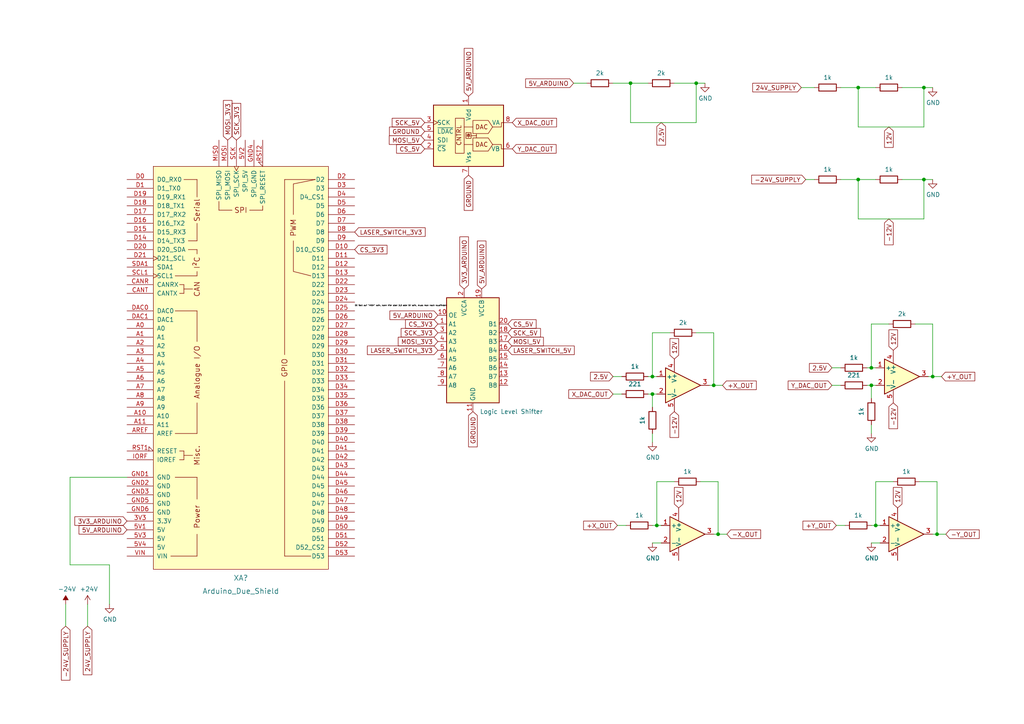
<source format=kicad_sch>
(kicad_sch (version 20211123) (generator eeschema)
  (paper "A4")
  (lib_symbols
    (symbol "Analog_DAC:MCP4822" (pin_names (offset 1.016))
      (property "Reference" "U" (at -2.54 10.795 0))
      (property "Value" "MCP4822" (at -2.54 8.89 0))
      (symbol "MCP4822_0_0"
        (polyline (pts (xy 0 -1.778) (xy 0 -0.635)))
        (polyline (pts (xy 0.381 -0.889) (xy 0.508 -0.762)))
        (polyline (pts (xy 2.286 -1.143) (xy 2.286 -1.905)))
        (polyline (pts (xy 0.381 -0.889) (xy -0.381 -0.889) (xy -0.508 -1.016)))
        (polyline (pts (xy 0.762 -1.27) (xy 2.286 -1.27) (xy 2.286 -0.762)))
        (polyline (pts (xy 0 -0.889) (xy 0.508 -1.397) (xy -0.508 -1.397) (xy 0 -0.889)))
        (polyline (pts (xy 6.985 -3.81) (xy 9.525 -3.81) (xy 9.525 -5.08) (xy 10.16 -5.08)))
        (polyline (pts (xy 6.985 1.27) (xy 9.525 1.27) (xy 9.525 2.54) (xy 10.16 2.54)))
        (rectangle (start 0.762 -0.381) (end -0.762 -2.032))
        (text "CNTRL" (at -2.032 -4.191 900) (effects (font (size 1.27 1.27)) (justify left bottom)))
        (text "DAC" (at 3.81 -3.81 0) (effects (font (size 1.27 1.27))))
        (text "DAC" (at 3.81 1.27 0) (effects (font (size 1.27 1.27))))
      )
      (symbol "MCP4822_0_1"
        (rectangle (start -10.16 7.62) (end 10.16 -10.16) (stroke (width 0.254)) (fill (type background)))
        (rectangle (start -1.27 -6.35) (end -3.81 3.81))
        (polyline (pts (xy 1.27 -3.81) (xy -1.27 -3.81)))
        (polyline (pts (xy 1.27 1.27) (xy -1.27 1.27)))
        (polyline (pts (xy 6.985 -3.81) (xy 5.715 -1.905) (xy 1.27 -1.905) (xy 1.27 -5.715) (xy 5.715 -5.715) (xy 6.985 -3.81)))
        (polyline (pts (xy 6.985 1.27) (xy 5.715 3.175) (xy 1.27 3.175) (xy 1.27 -0.635) (xy 5.715 -0.635) (xy 6.985 1.27)))
      )
      (symbol "MCP4822_1_1"
        (pin power_in line (at 0 10.16 270) (length 2.54) (name "Vdd") (number "1"))
        (pin input line (at -12.7 -5.08 0) (length 2.54) (name "~{CS}") (number "2"))
        (pin input clock (at -12.7 2.54 0) (length 2.54) (name "SCK") (number "3"))
        (pin input line (at -12.7 -2.54 0) (length 2.54) (name "SDI") (number "4"))
        (pin input line (at -12.7 0 0) (length 2.54) (name "~{LDAC}") (number "5"))
        (pin output line (at 12.7 -5.08 180) (length 2.54) (name "VB") (number "6"))
        (pin power_in line (at 0 -12.7 90) (length 2.54) (name "Vss") (number "7"))
        (pin output line (at 12.7 2.54 180) (length 2.54) (name "VA") (number "8"))
      )
    )
    (symbol "Device:R" (pin_numbers hide) (pin_names (offset 0))
      (property "Reference" "R" (at 2.032 0 90))
      (property "Value" "R" (at 0 0 90))
      (symbol "R_0_1"
        (rectangle (start -1.016 -2.54) (end 1.016 2.54) (stroke (width 0.254)))
      )
      (symbol "R_1_1"
        (pin passive line (at 0 3.81 270) (length 1.27) (name "~") (number "1"))
        (pin passive line (at 0 -3.81 90) (length 1.27) (name "~") (number "2"))
      )
    )
    (symbol "Logic_LevelTranslator:TXS0108EPW"
      (property "Reference" "U" (at -6.35 16.51 0))
      (property "Value" "TXS0108EPW" (at 3.81 16.51 0))
      (symbol "TXS0108EPW_0_1"
        (rectangle (start -7.62 15.24) (end 7.62 -15.24) (stroke (width 0.254)) (fill (type background)))
      )
      (symbol "TXS0108EPW_1_1"
        (pin bidirectional line (at -10.16 7.62 0) (length 2.54) (name "A1") (number "1"))
        (pin input line (at -10.16 10.16 0) (length 2.54) (name "OE") (number "10"))
        (pin power_in line (at 0 -17.78 90) (length 2.54) (name "GND") (number "11"))
        (pin bidirectional line (at 10.16 -10.16 180) (length 2.54) (name "B8") (number "12"))
        (pin bidirectional line (at 10.16 -7.62 180) (length 2.54) (name "B7") (number "13"))
        (pin bidirectional line (at 10.16 -5.08 180) (length 2.54) (name "B6") (number "14"))
        (pin bidirectional line (at 10.16 -2.54 180) (length 2.54) (name "B5") (number "15"))
        (pin bidirectional line (at 10.16 0 180) (length 2.54) (name "B4") (number "16"))
        (pin bidirectional line (at 10.16 2.54 180) (length 2.54) (name "B3") (number "17"))
        (pin bidirectional line (at 10.16 5.08 180) (length 2.54) (name "B2") (number "18"))
        (pin power_in line (at 2.54 17.78 270) (length 2.54) (name "VCCB") (number "19"))
        (pin power_in line (at -2.54 17.78 270) (length 2.54) (name "VCCA") (number "2"))
        (pin bidirectional line (at 10.16 7.62 180) (length 2.54) (name "B1") (number "20"))
        (pin bidirectional line (at -10.16 5.08 0) (length 2.54) (name "A2") (number "3"))
        (pin bidirectional line (at -10.16 2.54 0) (length 2.54) (name "A3") (number "4"))
        (pin bidirectional line (at -10.16 0 0) (length 2.54) (name "A4") (number "5"))
        (pin bidirectional line (at -10.16 -2.54 0) (length 2.54) (name "A5") (number "6"))
        (pin bidirectional line (at -10.16 -5.08 0) (length 2.54) (name "A6") (number "7"))
        (pin bidirectional line (at -10.16 -7.62 0) (length 2.54) (name "A7") (number "8"))
        (pin bidirectional line (at -10.16 -10.16 0) (length 2.54) (name "A8") (number "9"))
      )
    )
    (symbol "arduino:Arduino_Due_Shield" (pin_names (offset 1.016))
      (property "Reference" "XA" (at 2.54 0 90))
      (property "Value" "Arduino_Due_Shield" (at -2.54 0 90))
      (symbol "Arduino_Due_Shield_0_0"
        (rectangle (start -25.4 -58.42) (end 25.4 58.42) (fill (type background)))
        (rectangle (start -20.32 -54.61) (end -12.7 -54.61))
        (rectangle (start -19.05 -31.75) (end -12.7 -31.75))
        (rectangle (start -19.05 -19.05) (end -12.7 -19.05))
        (rectangle (start -19.05 16.51) (end -12.7 16.51))
        (rectangle (start -19.05 26.67) (end -12.7 26.67))
        (rectangle (start -17.78 -26.67) (end -16.51 -26.67))
        (rectangle (start -17.78 -24.13) (end -16.51 -24.13))
        (rectangle (start -17.78 21.59) (end -16.51 21.59))
        (rectangle (start -17.78 24.13) (end -16.51 24.13))
        (rectangle (start -16.51 -25.4) (end -13.97 -25.4))
        (rectangle (start -16.51 -24.13) (end -16.51 -26.67))
        (rectangle (start -16.51 22.86) (end -13.97 22.86))
        (rectangle (start -16.51 24.13) (end -16.51 21.59))
        (rectangle (start -16.51 54.61) (end -12.7 54.61))
        (rectangle (start -15.24 34.29) (end -12.7 34.29))
        (rectangle (start -15.24 36.83) (end -12.7 36.83))
        (rectangle (start -12.7 -54.61) (end -12.7 -48.26))
        (rectangle (start -12.7 -31.75) (end -12.7 -38.1))
        (rectangle (start -12.7 -19.05) (end -12.7 -10.16))
        (rectangle (start -12.7 16.51) (end -12.7 7.62))
        (rectangle (start -12.7 26.67) (end -12.7 27.94))
        (rectangle (start -12.7 34.29) (end -12.7 33.02))
        (rectangle (start -12.7 41.91) (end -12.7 36.83))
        (rectangle (start -12.7 49.53) (end -12.7 54.61))
        (rectangle (start -6.35 48.26) (end -6.35 45.72))
        (rectangle (start -2.54 45.72) (end -6.35 45.72))
        (polyline (pts (xy 12.7 -54.61) (xy 20.32 -54.61)))
        (polyline (pts (xy 21.59 54.61) (xy 12.7 54.61)))
        (polyline (pts (xy 15.24 44.45) (xy 15.24 53.34) (xy 21.59 54.61)))
        (polyline (pts (xy 20.32 26.67) (xy 15.24 27.94) (xy 15.24 36.83)))
        (rectangle (start 6.35 45.72) (end 2.54 45.72))
        (rectangle (start 6.35 46.99) (end 6.35 45.72))
        (text "Analogue I/O" (at -12.7 -1.27 900) (effects (font (size 1.524 1.524))))
        (text "CAN" (at -12.7 22.86 900) (effects (font (size 1.524 1.524))))
        (text "I²C" (at -12.7 30.48 900) (effects (font (size 1.524 1.524))))
        (text "Misc." (at -12.7 -25.4 900) (effects (font (size 1.524 1.524))))
        (text "Power" (at -12.7 -43.18 900) (effects (font (size 1.524 1.524))))
        (text "PWM" (at 15.24 40.64 900) (effects (font (size 1.524 1.524))))
        (text "Serial" (at -12.7 45.72 900) (effects (font (size 1.524 1.524))))
        (text "SPI" (at 0 45.72 0) (effects (font (size 1.524 1.524))))
      )
      (symbol "Arduino_Due_Shield_1_0"
        (rectangle (start 12.7 -54.61) (end 12.7 -3.81))
        (rectangle (start 12.7 54.61) (end 12.7 3.81))
        (text "GPIO" (at 12.7 0 900) (effects (font (size 1.524 1.524))))
      )
      (symbol "Arduino_Due_Shield_1_1"
        (pin power_in line (at -33.02 -44.45 0) (length 7.62) (name "3.3V") (number "3V3"))
        (pin power_in line (at -33.02 -46.99 0) (length 7.62) (name "5V") (number "5V1"))
        (pin power_in line (at 1.27 66.04 270) (length 7.62) (name "SPI_5V") (number "5V2"))
        (pin power_in line (at -33.02 -49.53 0) (length 7.62) (name "5V") (number "5V3"))
        (pin power_in line (at -33.02 -52.07 0) (length 7.62) (name "5V") (number "5V4"))
        (pin bidirectional line (at -33.02 11.43 0) (length 7.62) (name "A0") (number "A0"))
        (pin bidirectional line (at -33.02 8.89 0) (length 7.62) (name "A1") (number "A1"))
        (pin bidirectional line (at -33.02 -13.97 0) (length 7.62) (name "A10") (number "A10"))
        (pin bidirectional line (at -33.02 -16.51 0) (length 7.62) (name "A11") (number "A11"))
        (pin bidirectional line (at -33.02 6.35 0) (length 7.62) (name "A2") (number "A2"))
        (pin bidirectional line (at -33.02 3.81 0) (length 7.62) (name "A3") (number "A3"))
        (pin bidirectional line (at -33.02 1.27 0) (length 7.62) (name "A4") (number "A4"))
        (pin bidirectional line (at -33.02 -1.27 0) (length 7.62) (name "A5") (number "A5"))
        (pin bidirectional line (at -33.02 -3.81 0) (length 7.62) (name "A6") (number "A6"))
        (pin bidirectional line (at -33.02 -6.35 0) (length 7.62) (name "A7") (number "A7"))
        (pin bidirectional line (at -33.02 -8.89 0) (length 7.62) (name "A8") (number "A8"))
        (pin bidirectional line (at -33.02 -11.43 0) (length 7.62) (name "A9") (number "A9"))
        (pin input line (at -33.02 -19.05 0) (length 7.62) (name "AREF") (number "AREF"))
        (pin bidirectional line (at -33.02 24.13 0) (length 7.62) (name "CANRX") (number "CANR"))
        (pin bidirectional line (at -33.02 21.59 0) (length 7.62) (name "CANTX") (number "CANT"))
        (pin bidirectional line (at -33.02 54.61 0) (length 7.62) (name "D0_RX0") (number "D0"))
        (pin bidirectional line (at -33.02 52.07 0) (length 7.62) (name "D1_TX0") (number "D1"))
        (pin bidirectional line (at 33.02 34.29 180) (length 7.62) (name "D10_CS0") (number "D10"))
        (pin bidirectional line (at 33.02 31.75 180) (length 7.62) (name "D11") (number "D11"))
        (pin bidirectional line (at 33.02 29.21 180) (length 7.62) (name "D12") (number "D12"))
        (pin bidirectional line (at 33.02 26.67 180) (length 7.62) (name "D13") (number "D13"))
        (pin bidirectional line (at -33.02 36.83 0) (length 7.62) (name "D14_TX3") (number "D14"))
        (pin bidirectional line (at -33.02 39.37 0) (length 7.62) (name "D15_RX3") (number "D15"))
        (pin bidirectional line (at -33.02 41.91 0) (length 7.62) (name "D16_TX2") (number "D16"))
        (pin bidirectional line (at -33.02 44.45 0) (length 7.62) (name "D17_RX2") (number "D17"))
        (pin bidirectional line (at -33.02 46.99 0) (length 7.62) (name "D18_TX1") (number "D18"))
        (pin bidirectional line (at -33.02 49.53 0) (length 7.62) (name "D19_RX1") (number "D19"))
        (pin bidirectional line (at 33.02 54.61 180) (length 7.62) (name "D2") (number "D2"))
        (pin bidirectional line (at -33.02 34.29 0) (length 7.62) (name "D20_SDA") (number "D20"))
        (pin bidirectional clock (at -33.02 31.75 0) (length 7.62) (name "D21_SCL") (number "D21"))
        (pin bidirectional line (at 33.02 24.13 180) (length 7.62) (name "D22") (number "D22"))
        (pin bidirectional line (at 33.02 21.59 180) (length 7.62) (name "D23") (number "D23"))
        (pin bidirectional line (at 33.02 19.05 180) (length 7.62) (name "D24") (number "D24"))
        (pin bidirectional line (at 33.02 16.51 180) (length 7.62) (name "D25") (number "D25"))
        (pin bidirectional line (at 33.02 13.97 180) (length 7.62) (name "D26") (number "D26"))
        (pin bidirectional line (at 33.02 11.43 180) (length 7.62) (name "D27") (number "D27"))
        (pin bidirectional line (at 33.02 8.89 180) (length 7.62) (name "D28") (number "D28"))
        (pin bidirectional line (at 33.02 6.35 180) (length 7.62) (name "D29") (number "D29"))
        (pin bidirectional line (at 33.02 52.07 180) (length 7.62) (name "D3") (number "D3"))
        (pin bidirectional line (at 33.02 3.81 180) (length 7.62) (name "D30") (number "D30"))
        (pin bidirectional line (at 33.02 1.27 180) (length 7.62) (name "D31") (number "D31"))
        (pin bidirectional line (at 33.02 -1.27 180) (length 7.62) (name "D32") (number "D32"))
        (pin bidirectional line (at 33.02 -3.81 180) (length 7.62) (name "D33") (number "D33"))
        (pin bidirectional line (at 33.02 -6.35 180) (length 7.62) (name "D34") (number "D34"))
        (pin bidirectional line (at 33.02 -8.89 180) (length 7.62) (name "D35") (number "D35"))
        (pin bidirectional line (at 33.02 -11.43 180) (length 7.62) (name "D36") (number "D36"))
        (pin bidirectional line (at 33.02 -13.97 180) (length 7.62) (name "D37") (number "D37"))
        (pin bidirectional line (at 33.02 -16.51 180) (length 7.62) (name "D38") (number "D38"))
        (pin bidirectional line (at 33.02 -19.05 180) (length 7.62) (name "D39") (number "D39"))
        (pin bidirectional line (at 33.02 49.53 180) (length 7.62) (name "D4_CS1") (number "D4"))
        (pin bidirectional line (at 33.02 -21.59 180) (length 7.62) (name "D40") (number "D40"))
        (pin bidirectional line (at 33.02 -24.13 180) (length 7.62) (name "D41") (number "D41"))
        (pin bidirectional line (at 33.02 -26.67 180) (length 7.62) (name "D42") (number "D42"))
        (pin bidirectional line (at 33.02 -29.21 180) (length 7.62) (name "D43") (number "D43"))
        (pin bidirectional line (at 33.02 -31.75 180) (length 7.62) (name "D44") (number "D44"))
        (pin bidirectional line (at 33.02 -34.29 180) (length 7.62) (name "D45") (number "D45"))
        (pin bidirectional line (at 33.02 -36.83 180) (length 7.62) (name "D46") (number "D46"))
        (pin bidirectional line (at 33.02 -39.37 180) (length 7.62) (name "D47") (number "D47"))
        (pin bidirectional line (at 33.02 -41.91 180) (length 7.62) (name "D48") (number "D48"))
        (pin bidirectional line (at 33.02 -44.45 180) (length 7.62) (name "D49") (number "D49"))
        (pin bidirectional line (at 33.02 46.99 180) (length 7.62) (name "D5") (number "D5"))
        (pin bidirectional line (at 33.02 -46.99 180) (length 7.62) (name "D50") (number "D50"))
        (pin bidirectional line (at 33.02 -49.53 180) (length 7.62) (name "D51") (number "D51"))
        (pin bidirectional line (at 33.02 -52.07 180) (length 7.62) (name "D52_CS2") (number "D52"))
        (pin bidirectional line (at 33.02 -54.61 180) (length 7.62) (name "D53") (number "D53"))
        (pin bidirectional line (at 33.02 44.45 180) (length 7.62) (name "D6") (number "D6"))
        (pin bidirectional line (at 33.02 41.91 180) (length 7.62) (name "D7") (number "D7"))
        (pin bidirectional line (at 33.02 39.37 180) (length 7.62) (name "D8") (number "D8"))
        (pin bidirectional line (at 33.02 36.83 180) (length 7.62) (name "D9") (number "D9"))
        (pin bidirectional line (at -33.02 16.51 0) (length 7.62) (name "DAC0") (number "DAC0"))
        (pin bidirectional line (at -33.02 13.97 0) (length 7.62) (name "DAC1") (number "DAC1"))
        (pin power_in line (at -33.02 -31.75 0) (length 7.62) (name "GND") (number "GND1"))
        (pin power_in line (at -33.02 -34.29 0) (length 7.62) (name "GND") (number "GND2"))
        (pin power_in line (at -33.02 -36.83 0) (length 7.62) (name "GND") (number "GND3"))
        (pin power_in line (at 3.81 66.04 270) (length 7.62) (name "SPI_GND") (number "GND4"))
        (pin power_in line (at -33.02 -39.37 0) (length 7.62) (name "GND") (number "GND5"))
        (pin power_in line (at -33.02 -41.91 0) (length 7.62) (name "GND") (number "GND6"))
        (pin output line (at -33.02 -26.67 0) (length 7.62) (name "IOREF") (number "IORF"))
        (pin input line (at -6.35 66.04 270) (length 7.62) (name "SPI_MISO") (number "MISO"))
        (pin output line (at -3.81 66.04 270) (length 7.62) (name "SPI_MOSI") (number "MOSI"))
        (pin open_collector input_low (at -33.02 -24.13 0) (length 7.62) (name "RESET") (number "RST1"))
        (pin open_collector input_low (at 6.35 66.04 270) (length 7.62) (name "SPI_RESET") (number "RST2"))
        (pin output clock (at -1.27 66.04 270) (length 7.62) (name "SPI_SCK") (number "SCK"))
        (pin bidirectional clock (at -33.02 26.67 0) (length 7.62) (name "SCL1") (number "SCL1"))
        (pin bidirectional line (at -33.02 29.21 0) (length 7.62) (name "SDA1") (number "SDA1"))
        (pin power_in line (at -33.02 -54.61 0) (length 7.62) (name "VIN") (number "VIN"))
      )
    )
    (symbol "power:+24V" (power) (pin_names (offset 0))
      (property "Value" "+24V" (at 0 3.556 0))
      (symbol "+24V_0_1"
        (polyline (pts (xy -0.762 1.27) (xy 0 2.54)))
        (polyline (pts (xy 0 0) (xy 0 2.54)))
        (polyline (pts (xy 0 2.54) (xy 0.762 1.27)))
      )
      (symbol "+24V_1_1"
        (pin power_in line (at 0 0 90) (length 0) hide (name "+24V") (number "1"))
      )
    )
    (symbol "power:-24V" (power) (pin_names (offset 0))
      (property "Value" "-24V" (at 0 3.81 0))
      (symbol "-24V_0_0"
        (pin power_in line (at 0 0 90) (length 0) hide (name "-24V") (number "1"))
      )
      (symbol "-24V_0_1"
        (polyline (pts (xy 0 0) (xy 0 1.27) (xy 0.762 1.27) (xy 0 2.54) (xy -0.762 1.27) (xy 0 1.27)) (fill (type outline)))
      )
    )
    (symbol "power:GND" (power) (pin_names (offset 0))
      (property "Value" "GND" (at 0 -3.81 0))
      (symbol "GND_0_1"
        (polyline (pts (xy 0 0) (xy 0 -1.27) (xy 1.27 -1.27) (xy 0 -2.54) (xy -1.27 -1.27) (xy 0 -1.27)))
      )
      (symbol "GND_1_1"
        (pin power_in line (at 0 0 270) (length 0) hide (name "GND") (number "1"))
      )
    )
    (symbol "pspice:OPAMP" (pin_names (offset 0.254))
      (property "Reference" "U" (at 3.81 3.175 0))
      (property "Value" "OPAMP" (at 3.81 -3.175 0))
      (symbol "OPAMP_0_1"
        (polyline (pts (xy 5.08 0) (xy -5.08 5.08) (xy -5.08 -5.08) (xy 5.08 0)) (stroke (width 0.254)) (fill (type background)))
      )
      (symbol "OPAMP_1_1"
        (pin input line (at -7.62 2.54 0) (length 2.54) (name "+") (number "1"))
        (pin input line (at -7.62 -2.54 0) (length 2.54) (name "-") (number "2"))
        (pin output line (at 7.62 0 180) (length 2.54) (name "~") (number "3"))
        (pin power_in line (at -2.54 7.62 270) (length 3.81) (name "V+") (number "4"))
        (pin power_in line (at -2.54 -7.62 90) (length 3.81) (name "V-") (number "5"))
      )
    )
  )
  (junction (at 271.78 154.94))
  (junction (at 190.5 152.4))
  (junction (at 207.01 111.76))
  (junction (at 208.28 154.94))
  (junction (at 267.97 25.4))
  (junction (at 189.23 114.3))
  (junction (at 182.88 24.13))
  (junction (at 252.73 106.68))
  (junction (at 270.51 109.22))
  (junction (at 248.92 25.4))
  (junction (at 254 152.4))
  (junction (at 248.92 52.07))
  (junction (at 201.93 24.13))
  (junction (at 267.97 52.07))
  (junction (at 189.23 109.22))
  (junction (at 252.73 111.76))
  (wire (pts (xy 189.23 152.4) (xy 190.5 152.4)))
  (wire (pts (xy 267.97 63.5) (xy 267.97 52.07)))
  (wire (pts (xy 182.88 24.13) (xy 182.88 35.56)))
  (wire (pts (xy 248.92 25.4) (xy 254 25.4)))
  (wire (pts (xy 203.2 139.7) (xy 208.28 139.7)))
  (wire (pts (xy 248.92 25.4) (xy 248.92 36.83)))
  (wire (pts (xy 248.92 52.07) (xy 254 52.07)))
  (wire (pts (xy 177.8 24.13) (xy 182.88 24.13)))
  (wire (pts (xy 252.73 152.4) (xy 254 152.4)))
  (wire (pts (xy 187.96 109.22) (xy 189.23 109.22)))
  (wire (pts (xy 252.73 115.57) (xy 252.73 111.76)))
  (wire (pts (xy 248.92 36.83) (xy 267.97 36.83)))
  (wire (pts (xy 252.73 106.68) (xy 252.73 93.98)))
  (wire (pts (xy 201.93 24.13) (xy 204.47 24.13)))
  (wire (pts (xy 270.51 93.98) (xy 270.51 109.22)))
  (wire (pts (xy 179.07 152.4) (xy 181.61 152.4)))
  (wire (pts (xy 248.92 63.5) (xy 267.97 63.5)))
  (wire (pts (xy 182.88 24.13) (xy 187.96 24.13)))
  (wire (pts (xy 207.01 96.52) (xy 207.01 111.76)))
  (wire (pts (xy 243.84 52.07) (xy 248.92 52.07)))
  (wire (pts (xy 20.32 138.43) (xy 36.83 138.43)))
  (wire (pts (xy 189.23 96.52) (xy 194.31 96.52)))
  (wire (pts (xy 190.5 152.4) (xy 190.5 139.7)))
  (wire (pts (xy 252.73 157.48) (xy 255.27 157.48)))
  (wire (pts (xy 261.62 52.07) (xy 267.97 52.07)))
  (wire (pts (xy 31.75 163.83) (xy 20.32 163.83)))
  (wire (pts (xy 195.58 24.13) (xy 201.93 24.13)))
  (wire (pts (xy 241.3 111.76) (xy 243.84 111.76)))
  (wire (pts (xy 182.88 35.56) (xy 201.93 35.56)))
  (wire (pts (xy 189.23 114.3) (xy 190.5 114.3)))
  (wire (pts (xy 189.23 109.22) (xy 190.5 109.22)))
  (wire (pts (xy 270.51 109.22) (xy 273.05 109.22)))
  (wire (pts (xy 248.92 52.07) (xy 248.92 63.5)))
  (wire (pts (xy 254 152.4) (xy 254 139.7)))
  (wire (pts (xy 261.62 25.4) (xy 267.97 25.4)))
  (wire (pts (xy 232.41 25.4) (xy 236.22 25.4)))
  (wire (pts (xy 266.7 139.7) (xy 271.78 139.7)))
  (wire (pts (xy 267.97 25.4) (xy 270.51 25.4)))
  (wire (pts (xy 166.37 24.13) (xy 170.18 24.13)))
  (wire (pts (xy 201.93 96.52) (xy 207.01 96.52)))
  (wire (pts (xy 31.75 175.26) (xy 31.75 163.83)))
  (wire (pts (xy 190.5 152.4) (xy 191.77 152.4)))
  (wire (pts (xy 20.32 163.83) (xy 20.32 138.43)))
  (wire (pts (xy 189.23 125.73) (xy 189.23 128.27)))
  (wire (pts (xy 251.46 111.76) (xy 252.73 111.76)))
  (wire (pts (xy 271.78 154.94) (xy 274.32 154.94)))
  (wire (pts (xy 208.28 139.7) (xy 208.28 154.94)))
  (wire (pts (xy 254 152.4) (xy 255.27 152.4)))
  (wire (pts (xy 252.73 93.98) (xy 257.81 93.98)))
  (wire (pts (xy 177.8 114.3) (xy 180.34 114.3)))
  (wire (pts (xy 19.05 175.26) (xy 19.05 181.61)))
  (wire (pts (xy 265.43 93.98) (xy 270.51 93.98)))
  (wire (pts (xy 190.5 139.7) (xy 195.58 139.7)))
  (wire (pts (xy 251.46 106.68) (xy 252.73 106.68)))
  (wire (pts (xy 201.93 35.56) (xy 201.93 24.13)))
  (wire (pts (xy 252.73 106.68) (xy 254 106.68)))
  (wire (pts (xy 25.4 175.26) (xy 25.4 181.61)))
  (wire (pts (xy 243.84 25.4) (xy 248.92 25.4)))
  (wire (pts (xy 254 139.7) (xy 259.08 139.7)))
  (wire (pts (xy 177.8 109.22) (xy 180.34 109.22)))
  (wire (pts (xy 187.96 114.3) (xy 189.23 114.3)))
  (wire (pts (xy 252.73 111.76) (xy 254 111.76)))
  (wire (pts (xy 233.68 52.07) (xy 236.22 52.07)))
  (wire (pts (xy 267.97 36.83) (xy 267.97 25.4)))
  (wire (pts (xy 208.28 154.94) (xy 210.82 154.94)))
  (wire (pts (xy 207.01 111.76) (xy 205.74 111.76)))
  (wire (pts (xy 267.97 52.07) (xy 270.51 52.07)))
  (wire (pts (xy 242.57 152.4) (xy 245.11 152.4)))
  (wire (pts (xy 271.78 139.7) (xy 271.78 154.94)))
  (wire (pts (xy 189.23 118.11) (xy 189.23 114.3)))
  (wire (pts (xy 208.28 154.94) (xy 207.01 154.94)))
  (wire (pts (xy 207.01 111.76) (xy 209.55 111.76)))
  (wire (pts (xy 270.51 109.22) (xy 269.24 109.22)))
  (wire (pts (xy 189.23 157.48) (xy 191.77 157.48)))
  (wire (pts (xy 271.78 154.94) (xy 270.51 154.94)))
  (wire (pts (xy 189.23 109.22) (xy 189.23 96.52)))
  (wire (pts (xy 252.73 123.19) (xy 252.73 125.73)))
  (wire (pts (xy 241.3 106.68) (xy 243.84 106.68)))
  (label "OE Soll auf \"HIGH\" sein, kann hier aber 3.3 oder 5V sein, muss man noch rausfinden" (at 102.87 88.9 0) (effects (font (size 0.4 0.4))))
  (global_label "-12V" (shape input) (at 259.08 116.84 270) (property "Intersheet References" "${INTERSHEET_REFS}" (effects hide)))
  (global_label "3V3_ARDUINO" (shape input) (at 134.62 83.82 90) (property "Intersheet References" "${INTERSHEET_REFS}" (effects hide)))
  (global_label "LASER_SWITCH_3V3" (shape input) (at 102.87 67.31 0) (property "Intersheet References" "${INTERSHEET_REFS}" (effects hide)))
  (global_label "MOSI_3V3" (shape input) (at 127 99.06 180) (property "Intersheet References" "${INTERSHEET_REFS}" (effects hide)))
  (global_label "+X_OUT" (shape input) (at 209.55 111.76 0) (property "Intersheet References" "${INTERSHEET_REFS}" (effects hide)))
  (global_label "2.5V" (shape input) (at 191.77 35.56 270) (property "Intersheet References" "${INTERSHEET_REFS}" (effects hide)))
  (global_label "SCK_3V3" (shape input) (at 68.58 40.64 90) (property "Intersheet References" "${INTERSHEET_REFS}" (effects hide)))
  (global_label "24V_SUPPLY" (shape input) (at 25.4 181.61 270) (property "Intersheet References" "${INTERSHEET_REFS}" (effects hide)))
  (global_label "5V_ARDUINO" (shape input) (at 135.89 27.94 90) (property "Intersheet References" "${INTERSHEET_REFS}" (effects hide)))
  (global_label "2.5V" (shape input) (at 241.3 106.68 180) (property "Intersheet References" "${INTERSHEET_REFS}" (effects hide)))
  (global_label "-24V_SUPPLY" (shape input) (at 19.05 181.61 270) (property "Intersheet References" "${INTERSHEET_REFS}" (effects hide)))
  (global_label "GROUND" (shape input) (at 123.19 38.1 180) (property "Intersheet References" "${INTERSHEET_REFS}" (effects hide)))
  (global_label "-12V" (shape input) (at 195.58 119.38 270) (property "Intersheet References" "${INTERSHEET_REFS}" (effects hide)))
  (global_label "2.5V" (shape input) (at 177.8 109.22 180) (property "Intersheet References" "${INTERSHEET_REFS}" (effects hide)))
  (global_label "-Y_OUT" (shape input) (at 274.32 154.94 0) (property "Intersheet References" "${INTERSHEET_REFS}" (effects hide)))
  (global_label "12V" (shape input) (at 260.35 147.32 90) (property "Intersheet References" "${INTERSHEET_REFS}" (effects hide)))
  (global_label "12V" (shape input) (at 257.81 36.83 270) (property "Intersheet References" "${INTERSHEET_REFS}" (effects hide)))
  (global_label "24V_SUPPLY" (shape input) (at 232.41 25.4 180) (property "Intersheet References" "${INTERSHEET_REFS}" (effects hide)))
  (global_label "12V" (shape input) (at 259.08 101.6 90) (property "Intersheet References" "${INTERSHEET_REFS}" (effects hide)))
  (global_label "X_DAC_OUT" (shape input) (at 177.8 114.3 180) (property "Intersheet References" "${INTERSHEET_REFS}" (effects hide)))
  (global_label "+Y_OUT" (shape input) (at 273.05 109.22 0) (property "Intersheet References" "${INTERSHEET_REFS}" (effects hide)))
  (global_label "SCK_5V" (shape input) (at 147.32 96.52 0) (property "Intersheet References" "${INTERSHEET_REFS}" (effects hide)))
  (global_label "5V_ARDUINO" (shape input) (at 166.37 24.13 180) (property "Intersheet References" "${INTERSHEET_REFS}" (effects hide)))
  (global_label "X_DAC_OUT" (shape input) (at 148.59 35.56 0) (property "Intersheet References" "${INTERSHEET_REFS}" (effects hide)))
  (global_label "SCK_3V3" (shape input) (at 127 96.52 180) (property "Intersheet References" "${INTERSHEET_REFS}" (effects hide)))
  (global_label "MOSI_3V3" (shape input) (at 66.04 40.64 90) (property "Intersheet References" "${INTERSHEET_REFS}" (effects hide)))
  (global_label "-24V_SUPPLY" (shape input) (at 233.68 52.07 180) (property "Intersheet References" "${INTERSHEET_REFS}" (effects hide)))
  (global_label "12V" (shape input) (at 196.85 147.32 90) (property "Intersheet References" "${INTERSHEET_REFS}" (effects hide)))
  (global_label "SCK_5V" (shape input) (at 123.19 35.56 180) (property "Intersheet References" "${INTERSHEET_REFS}" (effects hide)))
  (global_label "CS_5V" (shape input) (at 147.32 93.98 0) (property "Intersheet References" "${INTERSHEET_REFS}" (effects hide)))
  (global_label "LASER_SWITCH_5V" (shape input) (at 147.32 101.6 0) (property "Intersheet References" "${INTERSHEET_REFS}" (effects hide)))
  (global_label "-12V" (shape input) (at 257.81 63.5 270) (property "Intersheet References" "${INTERSHEET_REFS}" (effects hide)))
  (global_label "LASER_SWITCH_3V3" (shape input) (at 127 101.6 180) (property "Intersheet References" "${INTERSHEET_REFS}" (effects hide)))
  (global_label "-X_OUT" (shape input) (at 210.82 154.94 0) (property "Intersheet References" "${INTERSHEET_REFS}" (effects hide)))
  (global_label "MOSI_5V" (shape input) (at 147.32 99.06 0) (property "Intersheet References" "${INTERSHEET_REFS}" (effects hide)))
  (global_label "+X_OUT" (shape input) (at 179.07 152.4 180) (property "Intersheet References" "${INTERSHEET_REFS}" (effects hide)))
  (global_label "CS_3V3" (shape input) (at 102.87 72.39 0) (property "Intersheet References" "${INTERSHEET_REFS}" (effects hide)))
  (global_label "Y_DAC_OUT" (shape input) (at 241.3 111.76 180) (property "Intersheet References" "${INTERSHEET_REFS}" (effects hide)))
  (global_label "+Y_OUT" (shape input) (at 242.57 152.4 180) (property "Intersheet References" "${INTERSHEET_REFS}" (effects hide)))
  (global_label "MOSI_5V" (shape input) (at 123.19 40.64 180) (property "Intersheet References" "${INTERSHEET_REFS}" (effects hide)))
  (global_label "5V_ARDUINO" (shape input) (at 36.83 153.67 180) (property "Intersheet References" "${INTERSHEET_REFS}" (effects hide)))
  (global_label "CS_3V3" (shape input) (at 127 93.98 180) (property "Intersheet References" "${INTERSHEET_REFS}" (effects hide)))
  (global_label "5V_ARDUINO" (shape input) (at 127 91.44 180) (property "Intersheet References" "${INTERSHEET_REFS}" (effects hide)))
  (global_label "Y_DAC_OUT" (shape input) (at 148.59 43.18 0) (property "Intersheet References" "${INTERSHEET_REFS}" (effects hide)))
  (global_label "GROUND" (shape input) (at 137.16 119.38 270) (property "Intersheet References" "${INTERSHEET_REFS}" (effects hide)))
  (global_label "GROUND" (shape input) (at 135.89 50.8 270) (property "Intersheet References" "${INTERSHEET_REFS}" (effects hide)))
  (global_label "3V3_ARDUINO" (shape input) (at 36.83 151.13 180) (property "Intersheet References" "${INTERSHEET_REFS}" (effects hide)))
  (global_label "5V_ARDUINO" (shape input) (at 139.7 83.82 90) (property "Intersheet References" "${INTERSHEET_REFS}" (effects hide)))
  (global_label "CS_5V" (shape input) (at 123.19 43.18 180) (property "Intersheet References" "${INTERSHEET_REFS}" (effects hide)))
  (global_label "12V" (shape input) (at 195.58 104.14 90) (property "Intersheet References" "${INTERSHEET_REFS}" (effects hide)))
  (symbol (lib_id "power:-24V") (at 19.05 175.26 0) (unit 1)
    (property "Reference" "#PWR0101" (effects hide))
    (property "Value" "-24V" (at 19.431 170.8658 0))
  )
  (symbol (lib_id "power:+24V") (at 25.4 175.26 0) (unit 1)
    (property "Reference" "#PWR0102" (effects hide))
    (property "Value" "+24V" (at 25.781 170.8658 0))
  )
  (symbol (lib_id "power:GND") (at 31.75 175.26 0) (unit 1)
    (property "Reference" "#PWR0103" (effects hide))
    (property "Value" "GND" (at 31.877 179.6542 0))
  )
  (symbol (lib_id "Analog_DAC:MCP4822") (at 135.89 38.1 0) (unit 1)
    (property "Reference" "U1" (effects hide))
    (property "Value" "MCP4822" (effects hide))
    (property "Datasheet" "http://ww1.microchip.com/downloads/en/DeviceDoc/20002249B.pdf" (effects hide))
  )
  (symbol (lib_id "Device:R") (at 173.99 24.13 90) (unit 1)
    (property "Reference" "R11" (effects hide))
    (property "Value" "2k" (at 173.99 21.209 90))
  )
  (symbol (lib_id "power:GND") (at 204.47 24.13 0) (unit 1)
    (property "Reference" "#PWR0104" (effects hide))
    (property "Value" "GND" (at 204.597 28.5242 0))
  )
  (symbol (lib_id "Device:R") (at 191.77 24.13 90) (unit 1)
    (property "Reference" "R14" (effects hide))
    (property "Value" "2k" (at 191.77 21.209 90))
  )
  (symbol (lib_id "power:GND") (at 270.51 25.4 0) (unit 1)
    (property "Reference" "#PWR0105" (effects hide))
    (property "Value" "GND" (at 270.637 29.7942 0))
  )
  (symbol (lib_id "Device:R") (at 240.03 25.4 90) (unit 1)
    (property "Reference" "R15" (effects hide))
    (property "Value" "1k" (at 240.03 22.479 90))
  )
  (symbol (lib_id "Device:R") (at 257.81 25.4 90) (unit 1)
    (property "Reference" "R17" (effects hide))
    (property "Value" "1k" (at 257.81 22.479 90))
  )
  (symbol (lib_id "power:GND") (at 270.51 52.07 0) (unit 1)
    (property "Reference" "#PWR0106" (effects hide))
    (property "Value" "GND" (at 270.637 56.4642 0))
  )
  (symbol (lib_id "Device:R") (at 240.03 52.07 90) (unit 1)
    (property "Reference" "R16" (effects hide))
    (property "Value" "1k" (at 240.03 49.149 90))
  )
  (symbol (lib_id "Device:R") (at 257.81 52.07 90) (unit 1)
    (property "Reference" "R18" (effects hide))
    (property "Value" "1k" (at 257.81 49.149 90))
  )
  (symbol (lib_id "pspice:OPAMP") (at 198.12 111.76 0) (unit 1)
    (property "Reference" "U2" (effects hide))
    (property "Value" "X_OPAMP" (effects hide))
  )
  (symbol (lib_id "Device:R") (at 184.15 114.3 90) (unit 1)
    (property "Reference" "R2" (effects hide))
    (property "Value" "221" (at 184.15 111.379 90))
  )
  (symbol (lib_id "Device:R") (at 184.15 109.22 90) (unit 1)
    (property "Reference" "R1" (effects hide))
    (property "Value" "1k" (at 184.15 106.299 90))
  )
  (symbol (lib_id "Device:R") (at 198.12 96.52 90) (unit 1)
    (property "Reference" "R5" (effects hide))
    (property "Value" "2k" (at 198.12 93.599 90))
  )
  (symbol (lib_id "Device:R") (at 247.65 111.76 90) (unit 1)
    (property "Reference" "R8" (effects hide))
    (property "Value" "221" (at 247.65 108.839 90))
  )
  (symbol (lib_id "Device:R") (at 247.65 106.68 90) (unit 1)
    (property "Reference" "R7" (effects hide))
    (property "Value" "1k" (at 247.65 103.759 90))
  )
  (symbol (lib_id "pspice:OPAMP") (at 261.62 109.22 0) (unit 1)
    (property "Reference" "U4" (effects hide))
    (property "Value" "Y_OPAMP" (effects hide))
  )
  (symbol (lib_id "Device:R") (at 261.62 93.98 90) (unit 1)
    (property "Reference" "R12" (effects hide))
    (property "Value" "2k" (at 261.62 91.059 90))
  )
  (symbol (lib_id "Device:R") (at 189.23 121.92 180) (unit 1)
    (property "Reference" "R4" (effects hide))
    (property "Value" "1k" (at 186.309 121.92 90))
  )
  (symbol (lib_id "power:GND") (at 189.23 128.27 0) (unit 1)
    (property "Reference" "#PWR0107" (effects hide))
    (property "Value" "GND" (at 189.357 132.6642 0))
  )
  (symbol (lib_id "Device:R") (at 252.73 119.38 180) (unit 1)
    (property "Reference" "R10" (effects hide))
    (property "Value" "1k" (at 249.809 119.38 90))
  )
  (symbol (lib_id "power:GND") (at 252.73 125.73 0) (unit 1)
    (property "Reference" "#PWR0108" (effects hide))
    (property "Value" "GND" (at 252.857 130.1242 0))
  )
  (symbol (lib_id "Device:R") (at 185.42 152.4 90) (unit 1)
    (property "Reference" "R3" (effects hide))
    (property "Value" "1k" (at 185.42 149.479 90))
  )
  (symbol (lib_id "pspice:OPAMP") (at 199.39 154.94 0) (unit 1)
    (property "Reference" "U3" (effects hide))
    (property "Value" "-X_OPAMP" (effects hide))
  )
  (symbol (lib_id "Device:R") (at 199.39 139.7 90) (unit 1)
    (property "Reference" "R6" (effects hide))
    (property "Value" "1k" (at 199.39 136.779 90))
  )
  (symbol (lib_id "power:GND") (at 189.23 157.48 0) (unit 1)
    (property "Reference" "#PWR0109" (effects hide))
    (property "Value" "GND" (at 189.357 161.8742 0))
  )
  (symbol (lib_id "Device:R") (at 248.92 152.4 90) (unit 1)
    (property "Reference" "R9" (effects hide))
    (property "Value" "1k" (at 248.92 149.479 90))
  )
  (symbol (lib_id "pspice:OPAMP") (at 262.89 154.94 0) (unit 1)
    (property "Reference" "U5" (effects hide))
    (property "Value" "-X_OPAMP" (effects hide))
  )
  (symbol (lib_id "Device:R") (at 262.89 139.7 90) (unit 1)
    (property "Reference" "R13" (effects hide))
    (property "Value" "1k" (at 262.89 136.779 90))
  )
  (symbol (lib_id "power:GND") (at 252.73 157.48 0) (unit 1)
    (property "Reference" "#PWR0110" (effects hide))
    (property "Value" "GND" (at 252.857 161.8742 0))
  )
  (symbol (lib_id "arduino:Arduino_Due_Shield") (at 69.85 106.68 0) (unit 1)
    (property "Reference" "XA?" (at 69.85 167.64 0) (effects (font (size 1.524 1.524))))
    (property "Value" "Arduino_Due_Shield" (at 69.85 171.45 0) (effects (font (size 1.524 1.524))))
    (property "Datasheet" "https://store.arduino.cc/arduino-due" (effects hide))
  )
  (symbol (lib_id "Logic_LevelTranslator:TXS0108EPW") (at 137.16 101.6 0) (unit 1)
    (property "Reference" "U?" (effects hide))
    (property "Value" "Logic Level Shifter" (at 139.1794 119.38 0) (effects (justify left)))
    (property "Footprint" "Package_SO:TSSOP-20_4.4x6.5mm_P0.65mm" (effects hide))
    (property "Datasheet" "www.ti.com/lit/ds/symlink/txs0108e.pdf" (effects hide))
  )
)
</source>
